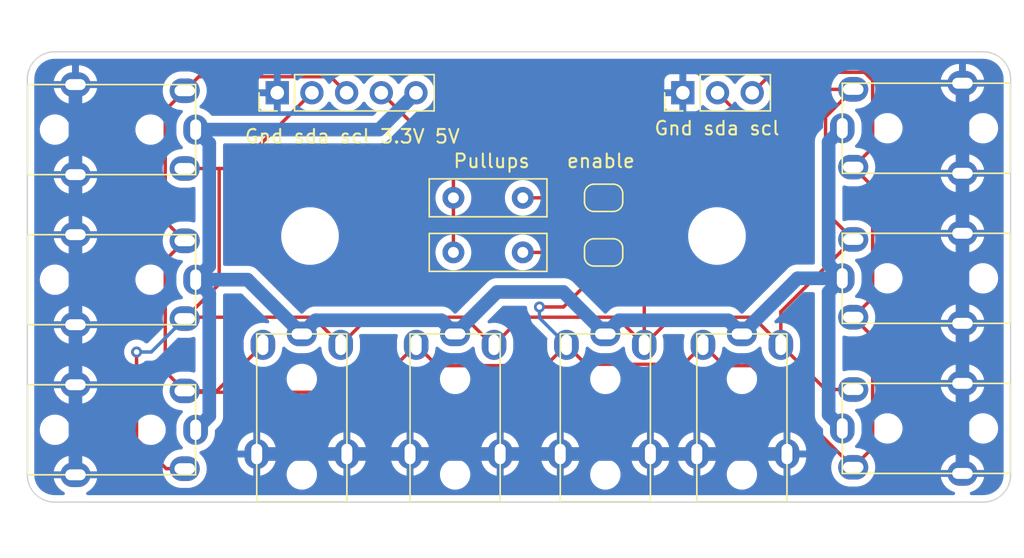
<source format=kicad_pcb>
(kicad_pcb (version 20211014) (generator pcbnew)
  (layers (0 "F.Cu" signal) (31 "B.Cu" signal) (34 "B.Paste" user) (35 "F.Paste" user) (36 "B.SilkS" user "B.Silkscreen") (37 "F.SilkS" user "F.Silkscreen") (38 "B.Mask" user) (39 "F.Mask" user) (44 "Edge.Cuts" user))
  (net 0 "")
  (net 1 "GND")
  (net 2 "SDA")
  (net 3 "+5V")
  (net 4 "SCL")
  (net 5 "+3V3")
  (net 6 "Net-(JP1-Pad2)")
  (net 7 "Net-(JP2-Pad2)")
  (footprint "misc:54-00174" (layer "F.Cu") (at 135.025 89.7)
    (fp_text reference "J6")
    (fp_text value "50-00174")
    (fp_line (start 12.3 -3.3) (end 12.3 3.3) (layer "F.SilkS") (width 0.12))
    (fp_line (start 0 3.3) (end 0 -3.3) (layer "F.SilkS") (width 0.12))
    (fp_line (start 0 -3.3) (end 12.3 -3.3) (layer "F.SilkS") (width 0.12))
    (fp_line (start 12.3 3.3) (end 0 3.3) (layer "F.SilkS") (width 0.12))
    (pad "" np_thru_hole circle locked (at 9 0) (size 1.2 1.2) (drill 1.2) (layers *.Cu *.Mask))
    (pad "" np_thru_hole circle locked (at 2 0) (size 1.2 1.2) (drill 1.2) (layers *.Cu *.Mask))
    (pad "1" thru_hole oval locked (at 12.3 0 90) (size 2.2 1.8) (drill oval 1.5 0.8) (layers *.Cu *.Mask) (net 3 "+5V"))
    (pad "2" thru_hole oval locked (at 11.5 -2.85) (size 2.2 1.8) (drill oval 1.5 0.8) (layers *.Cu *.Mask) (net 4 "SCL"))
    (pad "3" thru_hole oval locked (at 11.5 2.85) (size 2.2 1.8) (drill oval 1.5 0.8) (layers *.Cu *.Mask) (net 2 "SDA"))
    (pad "4" thru_hole oval locked (at 3.5 3.3) (size 2.2 1.8) (drill oval 1.5 0.8) (layers *.Cu *.Mask) (net 1 "GND"))
    (pad "4" thru_hole oval locked (at 3.5 -3.3) (size 2.2 1.8) (drill oval 1.5 0.8) (layers *.Cu *.Mask) (net 1 "GND"))
  )
  (footprint "Connector_PinHeader_2.54mm:PinHeader_1x03_P2.54mm_Vertical" (layer "F.Cu") (at 183 65 90)
    (fp_text reference "J12")
    (fp_text value "Debug Connector")
    (fp_line (start -1.33 6.41) (end 1.33 6.41) (layer "F.SilkS") (width 0.12))
    (fp_line (start -1.33 1.27) (end 1.33 1.27) (layer "F.SilkS") (width 0.12))
    (fp_line (start 1.33 1.27) (end 1.33 6.41) (layer "F.SilkS") (width 0.12))
    (fp_line (start -1.33 -1.33) (end 0 -1.33) (layer "F.SilkS") (width 0.12))
    (fp_line (start -1.33 0) (end -1.33 -1.33) (layer "F.SilkS") (width 0.12))
    (fp_line (start -1.33 1.27) (end -1.33 6.41) (layer "F.SilkS") (width 0.12))
    (pad "1" thru_hole rect (at 0 0 90) (size 1.7 1.7) (drill 1) (layers *.Cu *.Mask) (net 1 "GND"))
    (pad "2" thru_hole oval (at 0 2.54 90) (size 1.7 1.7) (drill 1) (layers *.Cu *.Mask) (net 2 "SDA"))
    (pad "3" thru_hole oval (at 0 5.08 90) (size 1.7 1.7) (drill 1) (layers *.Cu *.Mask) (net 4 "SCL"))
  )
  (footprint "MountingHole:MountingHole_3.2mm_M3" (layer "F.Cu") (at 155.7 75.5)
    (fp_text reference "H2")
    (fp_text value "MountingHole")
    (pad "" np_thru_hole circle (at 0 0) (size 3.2 3.2) (drill 3.2) (layers *.Cu *.Mask))
  )
  (footprint "misc:54-00174" (layer "F.Cu") (at 135.025 67.7)
    (fp_text reference "J9")
    (fp_text value "50-00174")
    (fp_line (start 0 -3.3) (end 12.3 -3.3) (layer "F.SilkS") (width 0.12))
    (fp_line (start 0 3.3) (end 0 -3.3) (layer "F.SilkS") (width 0.12))
    (fp_line (start 12.3 -3.3) (end 12.3 3.3) (layer "F.SilkS") (width 0.12))
    (fp_line (start 12.3 3.3) (end 0 3.3) (layer "F.SilkS") (width 0.12))
    (pad "" np_thru_hole circle locked (at 2 0) (size 1.2 1.2) (drill 1.2) (layers *.Cu *.Mask))
    (pad "" np_thru_hole circle locked (at 9 0) (size 1.2 1.2) (drill 1.2) (layers *.Cu *.Mask))
    (pad "1" thru_hole oval locked (at 12.3 0 90) (size 2.2 1.8) (drill oval 1.5 0.8) (layers *.Cu *.Mask) (net 3 "+5V"))
    (pad "2" thru_hole oval locked (at 11.5 -2.85) (size 2.2 1.8) (drill oval 1.5 0.8) (layers *.Cu *.Mask) (net 4 "SCL"))
    (pad "3" thru_hole oval locked (at 11.5 2.85) (size 2.2 1.8) (drill oval 1.5 0.8) (layers *.Cu *.Mask) (net 2 "SDA"))
    (pad "4" thru_hole oval locked (at 3.5 3.3) (size 2.2 1.8) (drill oval 1.5 0.8) (layers *.Cu *.Mask) (net 1 "GND"))
    (pad "4" thru_hole oval locked (at 3.5 -3.3) (size 2.2 1.8) (drill oval 1.5 0.8) (layers *.Cu *.Mask) (net 1 "GND"))
  )
  (footprint "Jumper:SolderJumper-2_P1.3mm_Open_RoundedPad1.0x1.5mm" (layer "F.Cu") (at 177.2 76.7 180)
    (fp_text reference "JP2")
    (fp_text value "SolderJumper_2_Open")
    (fp_line (start 1.4 -0.3) (end 1.4 0.3) (layer "F.SilkS") (width 0.12))
    (fp_line (start -0.7 -1) (end 0.7 -1) (layer "F.SilkS") (width 0.12))
    (fp_line (start -1.4 0.3) (end -1.4 -0.3) (layer "F.SilkS") (width 0.12))
    (fp_line (start 0.7 1) (end -0.7 1) (layer "F.SilkS") (width 0.12))
    (fp_arc (start -0.7 1) (mid -1.194975 0.794975) (end -1.4 0.3) (layer "F.SilkS") (width 0.12))
    (fp_arc (start 1.4 0.3) (mid 1.194975 0.794975) (end 0.7 1) (layer "F.SilkS") (width 0.12))
    (fp_arc (start 0.7 -1) (mid 1.194975 -0.794975) (end 1.4 -0.3) (layer "F.SilkS") (width 0.12))
    (fp_arc (start -1.4 -0.3) (mid -1.194975 -0.794975) (end -0.7 -1) (layer "F.SilkS") (width 0.12))
    (pad "1" smd custom (at -0.65 0 180) (size 1 0.5) (layers "F.Cu" "F.Mask") (net 4 "SCL") (options (clearance outline) (anchor rect)) (primitives (gr_circle (center 0 0.25) (end 0.5 0.25) (width 0) (fill yes)) (gr_circle (center 0 -0.25) (end 0.5 -0.25) (width 0) (fill yes)) (gr_poly (pts (xy 0.5 0.75) (xy 0 0.75) (xy 0 -0.75) (xy 0.5 -0.75)) (width 0) (fill yes))))
    (pad "2" smd custom (at 0.65 0 180) (size 1 0.5) (layers "F.Cu" "F.Mask") (net 7 "Net-(JP2-Pad2)") (options (clearance outline) (anchor rect)) (primitives (gr_circle (center 0 0.25) (end 0.5 0.25) (width 0) (fill yes)) (gr_circle (center 0 -0.25) (end 0.5 -0.25) (width 0) (fill yes)) (gr_poly (pts (xy 0 0.75) (xy -0.5 0.75) (xy -0.5 -0.75) (xy 0 -0.75)) (width 0) (fill yes))))
  )
  (footprint "misc:54-00174" (layer "F.Cu") (at 206.975 67.6 180)
    (fp_text reference "J7")
    (fp_text value "50-00174")
    (fp_line (start 0 -3.3) (end 12.3 -3.3) (layer "F.SilkS") (width 0.12))
    (fp_line (start 12.3 3.3) (end 0 3.3) (layer "F.SilkS") (width 0.12))
    (fp_line (start 0 3.3) (end 0 -3.3) (layer "F.SilkS") (width 0.12))
    (fp_line (start 12.3 -3.3) (end 12.3 3.3) (layer "F.SilkS") (width 0.12))
    (pad "" np_thru_hole circle locked (at 9 0 180) (size 1.2 1.2) (drill 1.2) (layers *.Cu *.Mask))
    (pad "" np_thru_hole circle locked (at 2 0 180) (size 1.2 1.2) (drill 1.2) (layers *.Cu *.Mask))
    (pad "1" thru_hole oval locked (at 12.3 0 270) (size 2.2 1.8) (drill oval 1.5 0.8) (layers *.Cu *.Mask) (net 3 "+5V"))
    (pad "2" thru_hole oval locked (at 11.5 -2.85 180) (size 2.2 1.8) (drill oval 1.5 0.8) (layers *.Cu *.Mask) (net 4 "SCL"))
    (pad "3" thru_hole oval locked (at 11.5 2.85 180) (size 2.2 1.8) (drill oval 1.5 0.8) (layers *.Cu *.Mask) (net 2 "SDA"))
    (pad "4" thru_hole oval locked (at 3.5 -3.3 180) (size 2.2 1.8) (drill oval 1.5 0.8) (layers *.Cu *.Mask) (net 1 "GND"))
    (pad "4" thru_hole oval locked (at 3.5 3.3 180) (size 2.2 1.8) (drill oval 1.5 0.8) (layers *.Cu *.Mask) (net 1 "GND"))
  )
  (footprint "misc:54-00174" (layer "F.Cu") (at 206.975 89.6 180)
    (fp_text reference "J2")
    (fp_text value "50-00174")
    (fp_line (start 12.3 3.3) (end 0 3.3) (layer "F.SilkS") (width 0.12))
    (fp_line (start 12.3 -3.3) (end 12.3 3.3) (layer "F.SilkS") (width 0.12))
    (fp_line (start 0 -3.3) (end 12.3 -3.3) (layer "F.SilkS") (width 0.12))
    (fp_line (start 0 3.3) (end 0 -3.3) (layer "F.SilkS") (width 0.12))
    (pad "" np_thru_hole circle locked (at 2 0 180) (size 1.2 1.2) (drill 1.2) (layers *.Cu *.Mask))
    (pad "" np_thru_hole circle locked (at 9 0 180) (size 1.2 1.2) (drill 1.2) (layers *.Cu *.Mask))
    (pad "1" thru_hole oval locked (at 12.3 0 270) (size 2.2 1.8) (drill oval 1.5 0.8) (layers *.Cu *.Mask) (net 3 "+5V"))
    (pad "2" thru_hole oval locked (at 11.5 -2.85 180) (size 2.2 1.8) (drill oval 1.5 0.8) (layers *.Cu *.Mask) (net 4 "SCL"))
    (pad "3" thru_hole oval locked (at 11.5 2.85 180) (size 2.2 1.8) (drill oval 1.5 0.8) (layers *.Cu *.Mask) (net 2 "SDA"))
    (pad "4" thru_hole oval locked (at 3.5 -3.3 180) (size 2.2 1.8) (drill oval 1.5 0.8) (layers *.Cu *.Mask) (net 1 "GND"))
    (pad "4" thru_hole oval locked (at 3.5 3.3 180) (size 2.2 1.8) (drill oval 1.5 0.8) (layers *.Cu *.Mask) (net 1 "GND"))
  )
  (footprint "MountingHole:MountingHole_3.2mm_M3" (layer "F.Cu") (at 185.5 75.5)
    (fp_text reference "H1")
    (fp_text value "MountingHole")
    (pad "" np_thru_hole circle (at 0 0) (size 3.2 3.2) (drill 3.2) (layers *.Cu *.Mask))
  )
  (footprint "misc:54-00174" (layer "F.Cu") (at 135.025 78.7)
    (fp_text reference "J10")
    (fp_text value "50-00174")
    (fp_line (start 0 3.3) (end 0 -3.3) (layer "F.SilkS") (width 0.12))
    (fp_line (start 12.3 3.3) (end 0 3.3) (layer "F.SilkS") (width 0.12))
    (fp_line (start 0 -3.3) (end 12.3 -3.3) (layer "F.SilkS") (width 0.12))
    (fp_line (start 12.3 -3.3) (end 12.3 3.3) (layer "F.SilkS") (width 0.12))
    (pad "" np_thru_hole circle locked (at 9 0) (size 1.2 1.2) (drill 1.2) (layers *.Cu *.Mask))
    (pad "" np_thru_hole circle locked (at 2 0) (size 1.2 1.2) (drill 1.2) (layers *.Cu *.Mask))
    (pad "1" thru_hole oval locked (at 12.3 0 90) (size 2.2 1.8) (drill oval 1.5 0.8) (layers *.Cu *.Mask) (net 3 "+5V"))
    (pad "2" thru_hole oval locked (at 11.5 -2.85) (size 2.2 1.8) (drill oval 1.5 0.8) (layers *.Cu *.Mask) (net 4 "SCL"))
    (pad "3" thru_hole oval locked (at 11.5 2.85) (size 2.2 1.8) (drill oval 1.5 0.8) (layers *.Cu *.Mask) (net 2 "SDA"))
    (pad "4" thru_hole oval locked (at 3.5 3.3) (size 2.2 1.8) (drill oval 1.5 0.8) (layers *.Cu *.Mask) (net 1 "GND"))
    (pad "4" thru_hole oval locked (at 3.5 -3.3) (size 2.2 1.8) (drill oval 1.5 0.8) (layers *.Cu *.Mask) (net 1 "GND"))
  )
  (footprint "misc:54-00174" (layer "F.Cu") (at 166.325 94.975 90)
    (fp_text reference "J3")
    (fp_text value "50-00174")
    (fp_line (start 0 -3.3) (end 12.3 -3.3) (layer "F.SilkS") (width 0.12))
    (fp_line (start 0 3.3) (end 0 -3.3) (layer "F.SilkS") (width 0.12))
    (fp_line (start 12.3 -3.3) (end 12.3 3.3) (layer "F.SilkS") (width 0.12))
    (fp_line (start 12.3 3.3) (end 0 3.3) (layer "F.SilkS") (width 0.12))
    (pad "" np_thru_hole circle locked (at 2 0 90) (size 1.2 1.2) (drill 1.2) (layers *.Cu *.Mask))
    (pad "" np_thru_hole circle locked (at 9 0 90) (size 1.2 1.2) (drill 1.2) (layers *.Cu *.Mask))
    (pad "1" thru_hole oval locked (at 12.3 0 180) (size 2.2 1.8) (drill oval 1.5 0.8) (layers *.Cu *.Mask) (net 3 "+5V"))
    (pad "2" thru_hole oval locked (at 11.5 -2.85 90) (size 2.2 1.8) (drill oval 1.5 0.8) (layers *.Cu *.Mask) (net 4 "SCL"))
    (pad "3" thru_hole oval locked (at 11.5 2.85 90) (size 2.2 1.8) (drill oval 1.5 0.8) (layers *.Cu *.Mask) (net 2 "SDA"))
    (pad "4" thru_hole oval locked (at 3.5 -3.3 90) (size 2.2 1.8) (drill oval 1.5 0.8) (layers *.Cu *.Mask) (net 1 "GND"))
    (pad "4" thru_hole oval locked (at 3.5 3.3 90) (size 2.2 1.8) (drill oval 1.5 0.8) (layers *.Cu *.Mask) (net 1 "GND"))
  )
  (footprint "Jumper:SolderJumper-2_P1.3mm_Open_RoundedPad1.0x1.5mm" (layer "F.Cu") (at 177.2 72.7 180)
    (fp_text reference "JP1")
    (fp_text value "SolderJumper_2_Open")
    (fp_line (start -1.4 0.3) (end -1.4 -0.3) (layer "F.SilkS") (width 0.12))
    (fp_line (start 0.7 1) (end -0.7 1) (layer "F.SilkS") (width 0.12))
    (fp_line (start 1.4 -0.3) (end 1.4 0.3) (layer "F.SilkS") (width 0.12))
    (fp_line (start -0.7 -1) (end 0.7 -1) (layer "F.SilkS") (width 0.12))
    (fp_arc (start -1.4 -0.3) (mid -1.194975 -0.794975) (end -0.7 -1) (layer "F.SilkS") (width 0.12))
    (fp_arc (start -0.7 1) (mid -1.194975 0.794975) (end -1.4 0.3) (layer "F.SilkS") (width 0.12))
    (fp_arc (start 0.7 -1) (mid 1.194975 -0.794975) (end 1.4 -0.3) (layer "F.SilkS") (width 0.12))
    (fp_arc (start 1.4 0.3) (mid 1.194975 0.794975) (end 0.7 1) (layer "F.SilkS") (width 0.12))
    (pad "1" smd custom (at -0.65 0 180) (size 1 0.5) (layers "F.Cu" "F.Mask") (net 2 "SDA") (options (clearance outline) (anchor rect)) (primitives (gr_circle (center 0 0.25) (end 0.5 0.25) (width 0) (fill yes)) (gr_circle (center 0 -0.25) (end 0.5 -0.25) (width 0) (fill yes)) (gr_poly (pts (xy 0.5 0.75) (xy 0 0.75) (xy 0 -0.75) (xy 0.5 -0.75)) (width 0) (fill yes))))
    (pad "2" smd custom (at 0.65 0 180) (size 1 0.5) (layers "F.Cu" "F.Mask") (net 6 "Net-(JP1-Pad2)") (options (clearance outline) (anchor rect)) (primitives (gr_circle (center 0 0.25) (end 0.5 0.25) (width 0) (fill yes)) (gr_circle (center 0 -0.25) (end 0.5 -0.25) (width 0) (fill yes)) (gr_poly (pts (xy 0 0.75) (xy -0.5 0.75) (xy -0.5 -0.75) (xy 0 -0.75)) (width 0) (fill yes))))
  )
  (footprint "misc:54-00174" (layer "F.Cu") (at 187.325 94.975 90)
    (fp_text reference "J1")
    (fp_text value "50-00174")
    (fp_line (start 0 3.3) (end 0 -3.3) (layer "F.SilkS") (width 0.12))
    (fp_line (start 0 -3.3) (end 12.3 -3.3) (layer "F.SilkS") (width 0.12))
    (fp_line (start 12.3 3.3) (end 0 3.3) (layer "F.SilkS") (width 0.12))
    (fp_line (start 12.3 -3.3) (end 12.3 3.3) (layer "F.SilkS") (width 0.12))
    (pad "" np_thru_hole circle locked (at 2 0 90) (size 1.2 1.2) (drill 1.2) (layers *.Cu *.Mask))
    (pad "" np_thru_hole circle locked (at 9 0 90) (size 1.2 1.2) (drill 1.2) (layers *.Cu *.Mask))
    (pad "1" thru_hole oval locked (at 12.3 0 180) (size 2.2 1.8) (drill oval 1.5 0.8) (layers *.Cu *.Mask) (net 3 "+5V"))
    (pad "2" thru_hole oval locked (at 11.5 -2.85 90) (size 2.2 1.8) (drill oval 1.5 0.8) (layers *.Cu *.Mask) (net 4 "SCL"))
    (pad "3" thru_hole oval locked (at 11.5 2.85 90) (size 2.2 1.8) (drill oval 1.5 0.8) (layers *.Cu *.Mask) (net 2 "SDA"))
    (pad "4" thru_hole oval locked (at 3.5 -3.3 90) (size 2.2 1.8) (drill oval 1.5 0.8) (layers *.Cu *.Mask) (net 1 "GND"))
    (pad "4" thru_hole oval locked (at 3.5 3.3 90) (size 2.2 1.8) (drill oval 1.5 0.8) (layers *.Cu *.Mask) (net 1 "GND"))
  )
  (footprint "misc:54-00174" (layer "F.Cu") (at 177.325 94.975 90)
    (fp_text reference "J4")
    (fp_text value "50-00174")
    (fp_line (start 12.3 3.3) (end 0 3.3) (layer "F.SilkS") (width 0.12))
    (fp_line (start 12.3 -3.3) (end 12.3 3.3) (layer "F.SilkS") (width 0.12))
    (fp_line (start 0 3.3) (end 0 -3.3) (layer "F.SilkS") (width 0.12))
    (fp_line (start 0 -3.3) (end 12.3 -3.3) (layer "F.SilkS") (width 0.12))
    (pad "" np_thru_hole circle locked (at 9 0 90) (size 1.2 1.2) (drill 1.2) (layers *.Cu *.Mask))
    (pad "" np_thru_hole circle locked (at 2 0 90) (size 1.2 1.2) (drill 1.2) (layers *.Cu *.Mask))
    (pad "1" thru_hole oval locked (at 12.3 0 180) (size 2.2 1.8) (drill oval 1.5 0.8) (layers *.Cu *.Mask) (net 3 "+5V"))
    (pad "2" thru_hole oval locked (at 11.5 -2.85 90) (size 2.2 1.8) (drill oval 1.5 0.8) (layers *.Cu *.Mask) (net 4 "SCL"))
    (pad "3" thru_hole oval locked (at 11.5 2.85 90) (size 2.2 1.8) (drill oval 1.5 0.8) (layers *.Cu *.Mask) (net 2 "SDA"))
    (pad "4" thru_hole oval locked (at 3.5 3.3 90) (size 2.2 1.8) (drill oval 1.5 0.8) (layers *.Cu *.Mask) (net 1 "GND"))
    (pad "4" thru_hole oval locked (at 3.5 -3.3 90) (size 2.2 1.8) (drill oval 1.5 0.8) (layers *.Cu *.Mask) (net 1 "GND"))
  )
  (footprint "misc:54-00174" (layer "F.Cu") (at 155.1 94.975 90)
    (fp_text reference "J8")
    (fp_text value "50-00174")
    (fp_line (start 0 3.3) (end 0 -3.3) (layer "F.SilkS") (width 0.12))
    (fp_line (start 0 -3.3) (end 12.3 -3.3) (layer "F.SilkS") (width 0.12))
    (fp_line (start 12.3 3.3) (end 0 3.3) (layer "F.SilkS") (width 0.12))
    (fp_line (start 12.3 -3.3) (end 12.3 3.3) (layer "F.SilkS") (width 0.12))
    (pad "" np_thru_hole circle locked (at 2 0 90) (size 1.2 1.2) (drill 1.2) (layers *.Cu *.Mask))
    (pad "" np_thru_hole circle locked (at 9 0 90) (size 1.2 1.2) (drill 1.2) (layers *.Cu *.Mask))
    (pad "1" thru_hole oval locked (at 12.3 0 180) (size 2.2 1.8) (drill oval 1.5 0.8) (layers *.Cu *.Mask) (net 3 "+5V"))
    (pad "2" thru_hole oval locked (at 11.5 -2.85 90) (size 2.2 1.8) (drill oval 1.5 0.8) (layers *.Cu *.Mask) (net 4 "SCL"))
    (pad "3" thru_hole oval locked (at 11.5 2.85 90) (size 2.2 1.8) (drill oval 1.5 0.8) (layers *.Cu *.Mask) (net 2 "SDA"))
    (pad "4" thru_hole oval locked (at 3.5 -3.3 90) (size 2.2 1.8) (drill oval 1.5 0.8) (layers *.Cu *.Mask) (net 1 "GND"))
    (pad "4" thru_hole oval locked (at 3.5 3.3 90) (size 2.2 1.8) (drill oval 1.5 0.8) (layers *.Cu *.Mask) (net 1 "GND"))
  )
  (footprint "Resistor_THT:R_Box_L8.4mm_W2.5mm_P5.08mm" (layer "F.Cu") (at 166.2 72.7)
    (fp_text reference "R1")
    (fp_text value "4.7k")
    (fp_line (start 6.85 -1.39) (end 6.85 1.39) (layer "F.SilkS") (width 0.12))
    (fp_line (start -1.77 -1.39) (end -1.77 1.39) (layer "F.SilkS") (width 0.12))
    (fp_line (start -1.77 -1.39) (end 6.85 -1.39) (layer "F.SilkS") (width 0.12))
    (fp_line (start -1.77 1.39) (end 6.85 1.39) (layer "F.SilkS") (width 0.12))
    (pad "1" thru_hole circle (at 0 0) (size 1.6 1.6) (drill 0.8) (layers *.Cu *.Mask) (net 5 "+3V3"))
    (pad "2" thru_hole circle (at 5.08 0) (size 1.6 1.6) (drill 0.8) (layers *.Cu *.Mask) (net 6 "Net-(JP1-Pad2)"))
  )
  (footprint "Connector_PinHeader_2.54mm:PinHeader_1x05_P2.54mm_Vertical" (layer "F.Cu") (at 153.3 65 90)
    (fp_text reference "J11")
    (fp_text value "uC Connector")
    (fp_line (start -1.33 1.27) (end -1.33 11.49) (layer "F.SilkS") (width 0.12))
    (fp_line (start 1.33 1.27) (end 1.33 11.49) (layer "F.SilkS") (width 0.12))
    (fp_line (start -1.33 11.49) (end 1.33 11.49) (layer "F.SilkS") (width 0.12))
    (fp_line (start -1.33 1.27) (end 1.33 1.27) (layer "F.SilkS") (width 0.12))
    (fp_line (start -1.33 -1.33) (end 0 -1.33) (layer "F.SilkS") (width 0.12))
    (fp_line (start -1.33 0) (end -1.33 -1.33) (layer "F.SilkS") (width 0.12))
    (pad "1" thru_hole rect (at 0 0 90) (size 1.7 1.7) (drill 1) (layers *.Cu *.Mask) (net 1 "GND"))
    (pad "2" thru_hole oval (at 0 2.54 90) (size 1.7 1.7) (drill 1) (layers *.Cu *.Mask) (net 2 "SDA"))
    (pad "3" thru_hole oval (at 0 5.08 90) (size 1.7 1.7) (drill 1) (layers *.Cu *.Mask) (net 4 "SCL"))
    (pad "4" thru_hole oval (at 0 7.62 90) (size 1.7 1.7) (drill 1) (layers *.Cu *.Mask) (net 5 "+3V3"))
    (pad "5" thru_hole oval (at 0 10.16 90) (size 1.7 1.7) (drill 1) (layers *.Cu *.Mask) (net 3 "+5V"))
  )
  (footprint "misc:54-00174" (layer "F.Cu") (at 206.975 78.6 180)
    (fp_text reference "J5")
    (fp_text value "50-00174")
    (fp_line (start 0 -3.3) (end 12.3 -3.3) (layer "F.SilkS") (width 0.12))
    (fp_line (start 0 3.3) (end 0 -3.3) (layer "F.SilkS") (width 0.12))
    (fp_line (start 12.3 -3.3) (end 12.3 3.3) (layer "F.SilkS") (width 0.12))
    (fp_line (start 12.3 3.3) (end 0 3.3) (layer "F.SilkS") (width 0.12))
    (pad "" np_thru_hole circle locked (at 9 0 180) (size 1.2 1.2) (drill 1.2) (layers *.Cu *.Mask))
    (pad "" np_thru_hole circle locked (at 2 0 180) (size 1.2 1.2) (drill 1.2) (layers *.Cu *.Mask))
    (pad "1" thru_hole oval locked (at 12.3 0 270) (size 2.2 1.8) (drill oval 1.5 0.8) (layers *.Cu *.Mask) (net 3 "+5V"))
    (pad "2" thru_hole oval locked (at 11.5 -2.85 180) (size 2.2 1.8) (drill oval 1.5 0.8) (layers *.Cu *.Mask) (net 4 "SCL"))
    (pad "3" thru_hole oval locked (at 11.5 2.85 180) (size 2.2 1.8) (drill oval 1.5 0.8) (layers *.Cu *.Mask) (net 2 "SDA"))
    (pad "4" thru_hole oval locked (at 3.5 -3.3 180) (size 2.2 1.8) (drill oval 1.5 0.8) (layers *.Cu *.Mask) (net 1 "GND"))
    (pad "4" thru_hole oval locked (at 3.5 3.3 180) (size 2.2 1.8) (drill oval 1.5 0.8) (layers *.Cu *.Mask) (net 1 "GND"))
  )
  (footprint "Resistor_THT:R_Box_L8.4mm_W2.5mm_P5.08mm" (layer "F.Cu") (at 166.2 76.7)
    (fp_text reference "R2")
    (fp_text value "4.7k")
    (fp_line (start -1.77 -1.39) (end 6.85 -1.39) (layer "F.SilkS") (width 0.12))
    (fp_line (start -1.77 1.39) (end 6.85 1.39) (layer "F.SilkS") (width 0.12))
    (fp_line (start 6.85 -1.39) (end 6.85 1.39) (layer "F.SilkS") (width 0.12))
    (fp_line (start -1.77 -1.39) (end -1.77 1.39) (layer "F.SilkS") (width 0.12))
    (pad "1" thru_hole circle (at 0 0) (size 1.6 1.6) (drill 0.8) (layers *.Cu *.Mask) (net 5 "+3V3"))
    (pad "2" thru_hole circle (at 5.08 0) (size 1.6 1.6) (drill 0.8) (layers *.Cu *.Mask) (net 7 "Net-(JP2-Pad2)"))
  )
  (gr_arc (start 205 62) (mid 206.414214 62.585786) (end 207 64) (layer "Edge.Cuts") (width 0.1))
  (gr_arc (start 207 93) (mid 206.414214 94.414214) (end 205 95) (layer "Edge.Cuts") (width 0.1))
  (gr_line (start 135 93) (end 135 64) (layer "Edge.Cuts") (width 0.1))
  (gr_line (start 137 62) (end 205 62) (layer "Edge.Cuts") (width 0.1))
  (gr_arc (start 137 95) (mid 135.585786 94.414214) (end 135 93) (layer "Edge.Cuts") (width 0.1))
  (gr_line (start 205 95) (end 137 95) (layer "Edge.Cuts") (width 0.1))
  (gr_line (start 207 64) (end 207 93) (layer "Edge.Cuts") (width 0.1))
  (gr_arc (start 135 64) (mid 135.585786 62.585786) (end 137 62) (layer "Edge.Cuts") (width 0.1))
  (gr_text "Gnd sda scl 3.3V 5V" (at 158.8 68.2) (layer "F.SilkS") (effects (font (size 1 1))))
  (gr_text "enable" (at 177 70) (layer "F.SilkS") (effects (font (size 1 1))))
  (gr_text "Pullups" (at 169 70) (layer "F.SilkS") (effects (font (size 1 1))))
  (gr_text "Gnd sda scl" (at 185.5 67.6) (layer "F.SilkS") (effects (font (size 1 1))))
  (segment (start 138.525 75.4) (end 138.525 82) (width 1) (layer "B.Cu") (net 1))
  (segment (start 158.4 91.475) (end 163.025 91.475) (width 1) (layer "B.Cu") (net 1))
  (segment (start 184.025 91.475) (end 190.625 91.475) (width 1) (layer "B.Cu") (net 1))
  (segment (start 163.025 91.475) (end 169.625 91.475) (width 1) (layer "B.Cu") (net 1))
  (segment (start 203.475 70.9) (end 203.475 64.3) (width 1) (layer "B.Cu") (net 1))
  (segment (start 203.475 81.9) (end 203.475 75.3) (width 1) (layer "B.Cu") (net 1))
  (segment (start 138.525 71) (end 138.525 75.4) (width 1) (layer "B.Cu") (net 1))
  (segment (start 203.475 75.3) (end 203.475 70.9) (width 1) (layer "B.Cu") (net 1))
  (segment (start 138.525 82) (end 138.525 86.4) (width 1) (layer "B.Cu") (net 1))
  (segment (start 169.625 91.475) (end 174.025 91.475) (width 1) (layer "B.Cu") (net 1))
  (segment (start 180.625 91.475) (end 184.025 91.475) (width 1) (layer "B.Cu") (net 1))
  (segment (start 138.525 86.4) (end 138.525 93) (width 1) (layer "B.Cu") (net 1))
  (segment (start 203.475 86.3) (end 203.475 81.9) (width 1) (layer "B.Cu") (net 1))
  (segment (start 138.525 64.4) (end 138.525 71) (width 1) (layer "B.Cu") (net 1))
  (segment (start 151.8 91.475) (end 158.4 91.475) (width 1) (layer "B.Cu") (net 1))
  (segment (start 203.475 92.9) (end 203.475 86.3) (width 1) (layer "B.Cu") (net 1))
  (segment (start 174.025 91.475) (end 180.625 91.475) (width 1) (layer "B.Cu") (net 1))
  (segment (start 182.19952 81.45048) (end 180.175 83.475) (width 0.25) (layer "F.Cu") (net 2))
  (segment (start 180.175 83.475) (end 178.15048 81.45048) (width 0.25) (layer "F.Cu") (net 2))
  (segment (start 190.175 81.05) (end 190.175 83.475) (width 0.25) (layer "F.Cu") (net 2))
  (segment (start 146.525 70.55) (end 149.05 70.55) (width 0.25) (layer "F.Cu") (net 2))
  (segment (start 149.05 79.025) (end 149.05 70.55) (width 0.25) (layer "F.Cu") (net 2))
  (segment (start 188.15048 81.45048) (end 182.19952 81.45048) (width 0.25) (layer "F.Cu") (net 2))
  (segment (start 178.15048 81.45048) (end 171.19952 81.45048) (width 0.25) (layer "F.Cu") (net 2))
  (segment (start 157.95 83.475) (end 155.92548 81.45048) (width 0.25) (layer "F.Cu") (net 2))
  (segment (start 143 90.375) (end 143 84) (width 0.25) (layer "F.Cu") (net 2))
  (segment (start 187.29 66.75) (end 185.54 65) (width 0.25) (layer "F.Cu") (net 2))
  (segment (start 193.45 86.75) (end 190.175 83.475) (width 0.25) (layer "F.Cu") (net 2))
  (segment (start 146.62452 81.45048) (end 146.525 81.55) (width 0.25) (layer "F.Cu") (net 2))
  (segment (start 155.92548 81.45048) (end 146.62452 81.45048) (width 0.25) (layer "F.Cu") (net 2))
  (segment (start 189.75 66.75) (end 187.29 66.75) (width 0.25) (layer "F.Cu") (net 2))
  (segment (start 195.475 75.75) (end 190.175 81.05) (width 0.25) (layer "F.Cu") (net 2))
  (segment (start 146.525 92.55) (end 145.175 92.55) (width 0.25) (layer "F.Cu") (net 2))
  (segment (start 191.75 64.75) (end 189.75 66.75) (width 0.25) (layer "F.Cu") (net 2))
  (segment (start 169.056732 83.475) (end 167.032212 81.45048) (width 0.25) (layer "F.Cu") (net 2))
  (segment (start 190.175 83.475) (end 188.15048 81.45048) (width 0.25) (layer "F.Cu") (net 2))
  (segment (start 195.475 64.75) (end 191.75 64.75) (width 0.25) (layer "F.Cu") (net 2))
  (segment (start 146.525 81.55) (end 149.05 79.025) (width 0.25) (layer "F.Cu") (net 2))
  (segment (start 150.29 70.55) (end 155.84 65) (width 0.25) (layer "F.Cu") (net 2))
  (segment (start 180.175 75.025) (end 180.175 83.475) (width 0.25) (layer "F.Cu") (net 2))
  (segment (start 195.475 64.75) (end 193.45048 66.77452) (width 0.25) (layer "F.Cu") (net 2))
  (segment (start 149.05 70.55) (end 150.29 70.55) (width 0.25) (layer "F.Cu") (net 2))
  (segment (start 177.85 72.7) (end 180.175 75.025) (width 0.25) (layer "F.Cu") (net 2))
  (segment (start 159.97452 81.45048) (end 157.95 83.475) (width 0.25) (layer "F.Cu") (net 2))
  (segment (start 195.475 86.75) (end 193.45 86.75) (width 0.25) (layer "F.Cu") (net 2))
  (segment (start 145.175 92.55) (end 143 90.375) (width 0.25) (layer "F.Cu") (net 2))
  (segment (start 171.19952 81.45048) (end 169.175 83.475) (width 0.25) (layer "F.Cu") (net 2))
  (segment (start 169.175 83.475) (end 169.056732 83.475) (width 0.25) (layer "F.Cu") (net 2))
  (segment (start 193.45048 66.77452) (end 193.45048 73.72548) (width 0.25) (layer "F.Cu") (net 2))
  (segment (start 193.45048 73.72548) (end 195.475 75.75) (width 0.25) (layer "F.Cu") (net 2))
  (segment (start 167.032212 81.45048) (end 159.97452 81.45048) (width 0.25) (layer "F.Cu") (net 2))
  (via (at 143 84) (size 0.8) (drill 0.4) (layers "F.Cu" "B.Cu") (net 2))
  (segment (start 143 84) (end 144.075 84) (width 0.25) (layer "B.Cu") (net 2))
  (segment (start 144.075 84) (end 146.525 81.55) (width 0.25) (layer "B.Cu") (net 2))
  (segment (start 193.67548 77.60048) (end 193.67548 68.59952) (width 1) (layer "B.Cu") (net 3))
  (segment (start 187.325 82.675) (end 191.4 78.6) (width 1) (layer "B.Cu") (net 3))
  (segment (start 169.4 79.6) (end 166.325 82.675) (width 1) (layer "B.Cu") (net 3))
  (segment (start 147.325 67.7) (end 148.32452 68.69952) (width 1) (layer "B.Cu") (net 3))
  (segment (start 160.76 67.7) (end 147.325 67.7) (width 1) (layer "B.Cu") (net 3))
  (segment (start 193.67548 68.59952) (end 194.675 67.6) (width 1) (layer "B.Cu") (net 3))
  (segment (start 147.325 78.7) (end 148.32452 79.69952) (width 1) (layer "B.Cu") (net 3))
  (segment (start 148.32452 68.69952) (end 148.32452 77.70048) (width 1) (layer "B.Cu") (net 3))
  (segment (start 193.67548 88.60048) (end 193.67548 79.59952) (width 1) (layer "B.Cu") (net 3))
  (segment (start 155.1 82.675) (end 151.125 78.7) (width 1) (layer "B.Cu") (net 3))
  (segment (start 166.325 82.675) (end 165.32548 81.67548) (width 1) (layer "B.Cu") (net 3))
  (segment (start 187.325 82.675) (end 186.32548 81.67548) (width 1) (layer "B.Cu") (net 3))
  (segment (start 186.32548 81.67548) (end 178.32452 81.67548) (width 1) (layer "B.Cu") (net 3))
  (segment (start 148.32452 77.70048) (end 147.325 78.7) (width 1) (layer "B.Cu") (net 3))
  (segment (start 191.4 78.6) (end 194.675 78.6) (width 1) (layer "B.Cu") (net 3))
  (segment (start 177.325 82.675) (end 174.25 79.6) (width 1) (layer "B.Cu") (net 3))
  (segment (start 156.09952 81.67548) (end 155.1 82.675) (width 1) (layer "B.Cu") (net 3))
  (segment (start 148.32452 88.70048) (end 147.325 89.7) (width 1) (layer "B.Cu") (net 3))
  (segment (start 174.25 79.6) (end 169.4 79.6) (width 1) (layer "B.Cu") (net 3))
  (segment (start 148.32452 79.69952) (end 148.32452 88.70048) (width 1) (layer "B.Cu") (net 3))
  (segment (start 163.46 65) (end 160.76 67.7) (width 1) (layer "B.Cu") (net 3))
  (segment (start 178.32452 81.67548) (end 177.325 82.675) (width 1) (layer "B.Cu") (net 3))
  (segment (start 194.675 89.6) (end 193.67548 88.60048) (width 1) (layer "B.Cu") (net 3))
  (segment (start 193.67548 79.59952) (end 194.675 78.6) (width 1) (layer "B.Cu") (net 3))
  (segment (start 194.675 78.6) (end 193.67548 77.60048) (width 1) (layer "B.Cu") (net 3))
  (segment (start 151.125 78.7) (end 147.325 78.7) (width 1) (layer "B.Cu") (net 3))
  (segment (start 165.32548 81.67548) (end 156.09952 81.67548) (width 1) (layer "B.Cu") (net 3))
  (segment (start 188.025479 85.000479) (end 186.000479 85.000479) (width 0.25) (layer "F.Cu") (net 4))
  (segment (start 175.89952 84.89952) (end 174.475 83.475) (width 0.25) (layer "F.Cu") (net 4))
  (segment (start 196.89952 71.87452) (end 196.89952 80.02548) (width 0.25) (layer "F.Cu") (net 4))
  (segment (start 189.58 63.5) (end 188.08 65) (width 0.25) (layer "F.Cu") (net 4))
  (segment (start 145.10048 74.42548) (end 145.10048 66.27452) (width 0.25) (layer "F.Cu") (net 4))
  (segment (start 145.10048 85.42548) (end 145.10048 77.27452) (width 0.25) (layer "F.Cu") (net 4))
  (segment (start 146.525 75.85) (end 145.10048 74.42548) (width 0.25) (layer "F.Cu") (net 4))
  (segment (start 174.475 83.475) (end 172.949521 85.000479) (width 0.25) (layer "F.Cu") (net 4))
  (segment (start 196.89952 91.02548) (end 195.475 92.45) (width 0.25) (layer "F.Cu") (net 4))
  (segment (start 196.89952 64.09952) (end 196.3 63.5) (width 0.25) (layer "F.Cu") (net 4))
  (segment (start 177.85 77.10894) (end 174.25944 80.6995) (width 0.25) (layer "F.Cu") (net 4))
  (segment (start 195.475 81.45) (end 196.89952 82.87452) (width 0.25) (layer "F.Cu") (net 4))
  (segment (start 195.475 92.45) (end 188.025479 85.000479) (width 0.25) (layer "F.Cu") (net 4))
  (segment (start 146.525 86.85) (end 148.875 86.85) (width 0.25) (layer "F.Cu") (net 4))
  (segment (start 195.475 70.45) (end 196.89952 69.02548) (width 0.25) (layer "F.Cu") (net 4))
  (segment (start 160.000479 86.949521) (end 146.624521 86.949521) (width 0.25) (layer "F.Cu") (net 4))
  (segment (start 146.624521 86.949521) (end 146.525 86.85) (width 0.25) (layer "F.Cu") (net 4))
  (segment (start 145.10048 66.27452) (end 146.525 64.85) (width 0.25) (layer "F.Cu") (net 4))
  (segment (start 177.85 76.7) (end 177.85 77.10894) (width 0.25) (layer "F.Cu") (net 4))
  (segment (start 172.949521 85.000479) (end 165.000479 85.000479) (width 0.25) (layer "F.Cu") (net 4))
  (segment (start 145.10048 77.27452) (end 146.525 75.85) (width 0.25) (layer "F.Cu") (net 4))
  (segment (start 196.89952 69.02548) (end 196.89952 64.09952) (width 0.25) (layer "F.Cu") (net 4))
  (segment (start 146.525 86.85) (end 145.10048 85.42548) (width 0.25) (layer "F.Cu") (net 4))
  (segment (start 184.475 83.475) (end 183.05048 84.89952) (width 0.25) (layer "F.Cu") (net 4))
  (segment (start 174.25944 80.6995) (end 172.5 80.6995) (width 0.25) (layer "F.Cu") (net 4))
  (segment (start 146.525 64.85) (end 147.549511 63.825489) (width 0.25) (layer "F.Cu") (net 4))
  (segment (start 148.875 86.85) (end 152.25 83.475) (width 0.25) (layer "F.Cu") (net 4))
  (segment (start 196.89952 80.02548) (end 195.475 81.45) (width 0.25) (layer "F.Cu") (net 4))
  (segment (start 196.3 63.5) (end 189.58 63.5) (width 0.25) (layer "F.Cu") (net 4))
  (segment (start 165.000479 85.000479) (end 163.475 83.475) (width 0.25) (layer "F.Cu") (net 4))
  (segment (start 186.000479 85.000479) (end 184.475 83.475) (width 0.25) (layer "F.Cu") (net 4))
  (segment (start 183.05048 84.89952) (end 175.89952 84.89952) (width 0.25) (layer "F.Cu") (net 4))
  (segment (start 157.205489 63.825489) (end 158.38 65) (width 0.25) (layer "F.Cu") (net 4))
  (segment (start 163.475 83.475) (end 160.000479 86.949521) (width 0.25) (layer "F.Cu") (net 4))
  (segment (start 147.549511 63.825489) (end 157.205489 63.825489) (width 0.25) (layer "F.Cu") (net 4))
  (segment (start 196.89952 82.87452) (end 196.89952 91.02548) (width 0.25) (layer "F.Cu") (net 4))
  (segment (start 195.475 70.45) (end 196.89952 71.87452) (width 0.25) (layer "F.Cu") (net 4))
  (via (at 172.5 80.6995) (size 0.8) (drill 0.4) (layers "F.Cu" "B.Cu") (net 4))
  (segment (start 172.5 80.6995) (end 172.5 81.5) (width 0.25) (layer "B.Cu") (net 4))
  (segment (start 172.5 81.5) (end 174.475 83.475) (width 0.25) (layer "B.Cu") (net 4))
  (segment (start 166.2 76.7) (end 166.2 72.7) (width 0.25) (layer "F.Cu") (net 5))
  (segment (start 166.2 70.28) (end 160.92 65) (width 0.25) (layer "F.Cu") (net 5))
  (segment (start 166.2 72.7) (end 166.2 70.28) (width 0.25) (layer "F.Cu") (net 5))
  (segment (start 171.28 72.7) (end 176.55 72.7) (width 0.25) (layer "F.Cu") (net 6))
  (segment (start 176.55 76.7) (end 171.28 76.7) (width 0.25) (layer "F.Cu") (net 7))
  (zone (net 1) (net_name "GND") (layer "B.Cu") (connect_pads (clearance 0.508)) (min_thickness 0.254) (fill yes (thermal_gap 0.508) (thermal_bridge_width 0.508))
    (polygon (pts (xy 208 97) (xy 133 97) (xy 133 60) (xy 208 60)))
  )
)
</source>
